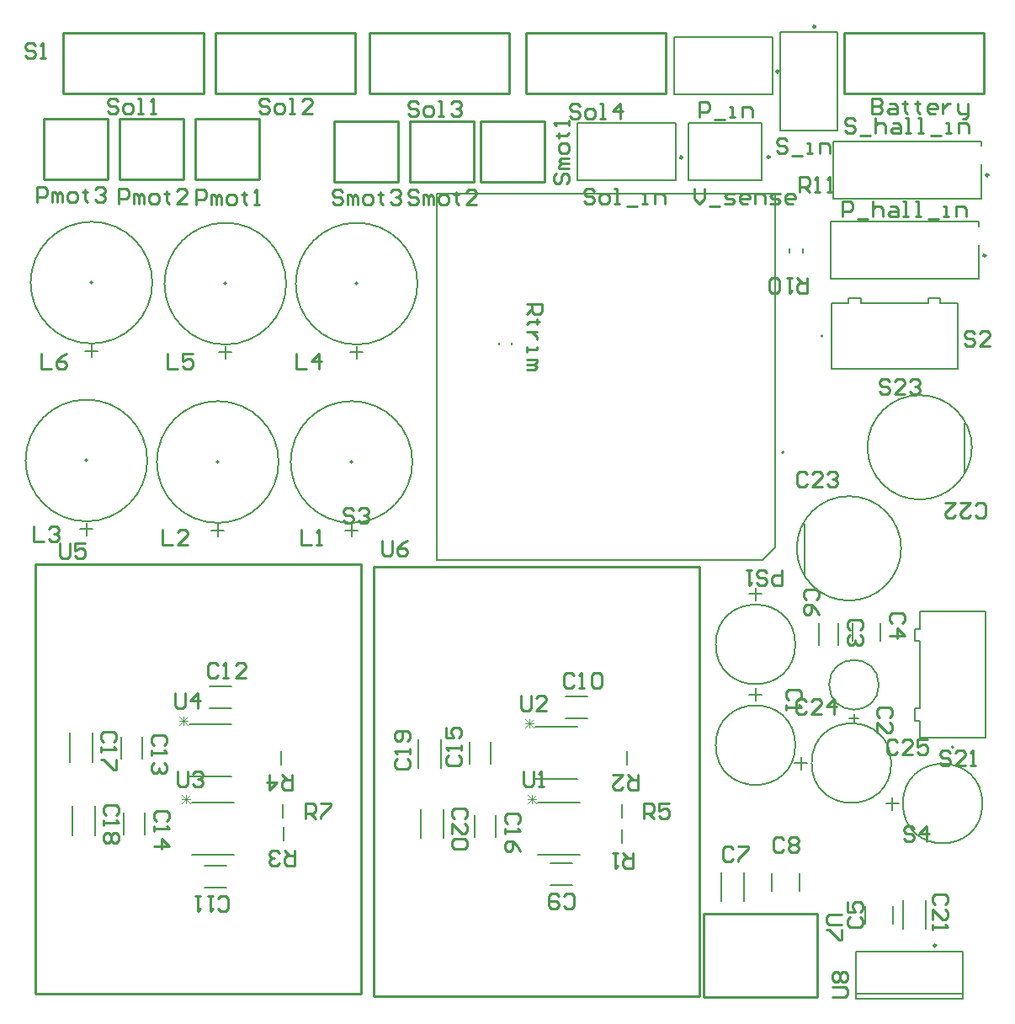
<source format=gto>
G04*
G04 #@! TF.GenerationSoftware,Altium Limited,Altium Designer,22.10.1 (41)*
G04*
G04 Layer_Color=65535*
%FSLAX44Y44*%
%MOMM*%
G71*
G04*
G04 #@! TF.SameCoordinates,96092411-4BE1-4E5F-83DD-11E1D8B77A3F*
G04*
G04*
G04 #@! TF.FilePolarity,Positive*
G04*
G01*
G75*
%ADD10C,0.2000*%
%ADD11C,0.1500*%
%ADD12C,0.2500*%
%ADD13C,0.1524*%
%ADD14C,0.2540*%
%ADD15C,0.1270*%
%ADD16C,0.0762*%
D10*
X975000Y213360D02*
G03*
X975000Y213360I-40000J0D01*
G01*
X883280Y254000D02*
G03*
X883280Y254000I-40000J0D01*
G01*
X786760Y272060D02*
G03*
X786760Y272060I-40000J0D01*
G01*
X775180Y566470D02*
G03*
X775180Y566470I-1000J0D01*
G01*
X814460Y683260D02*
G03*
X814460Y683260I-1000J0D01*
G01*
X945880Y269900D02*
G03*
X945880Y269900I-1000J0D01*
G01*
X870820Y332740D02*
G03*
X870820Y332740I-25000J0D01*
G01*
X786760Y373380D02*
G03*
X786760Y373380I-40000J0D01*
G01*
X877850Y213360D02*
X890550D01*
X884200Y207010D02*
Y219710D01*
X786130Y254000D02*
X798830D01*
X792480Y247650D02*
Y260350D01*
X795990Y444900D02*
Y494900D01*
X956610Y546500D02*
Y596500D01*
X664640Y926460D02*
X763640D01*
X664640D02*
Y983960D01*
X763640D01*
Y926460D02*
Y983960D01*
X824789Y821761D02*
Y879261D01*
Y821761D02*
X973789D01*
Y874511D02*
Y879261D01*
Y821761D02*
Y856011D01*
X824789Y879261D02*
X973789D01*
X822120Y740870D02*
Y798370D01*
Y740870D02*
X971120D01*
Y793620D02*
Y798370D01*
Y740870D02*
Y775120D01*
X822120Y798370D02*
X971120D01*
X771350Y989300D02*
X828850D01*
X771350Y890300D02*
Y989300D01*
Y890300D02*
X828850D01*
Y989300D01*
X740410Y322860D02*
X753110D01*
X746760Y316510D02*
Y329210D01*
X489050Y674914D02*
Y676366D01*
X501550Y674914D02*
Y676366D01*
X780650Y767370D02*
Y771870D01*
X794150Y767370D02*
Y771870D01*
X130130Y258240D02*
Y280240D01*
X108630Y258240D02*
Y280240D01*
X132670Y181920D02*
Y203920D01*
X111170Y181920D02*
Y203920D01*
X459150Y253160D02*
Y275160D01*
X480650Y253160D02*
Y275160D01*
X485730Y179500D02*
Y201500D01*
X464230Y179500D02*
Y201500D01*
X57299Y255347D02*
Y284409D01*
X79861Y255347D02*
Y284409D01*
X59839Y181687D02*
Y210749D01*
X82401Y181687D02*
Y210749D01*
X430381Y248991D02*
Y278053D01*
X407819Y248991D02*
Y278053D01*
X410359Y178509D02*
Y207571D01*
X432921Y178509D02*
Y207571D01*
X612140Y198740D02*
Y212740D01*
X540300Y152990D02*
X562300D01*
X540300Y131490D02*
X562300D01*
X555420Y299130D02*
X577420D01*
X555420Y320630D02*
X577420D01*
X271133Y198740D02*
Y212740D01*
X192200Y150450D02*
X214200D01*
X192200Y128950D02*
X214200D01*
X197160Y309290D02*
X219160D01*
X197160Y330790D02*
X219160D01*
X848200Y22220D02*
X955200D01*
X848200Y17220D02*
X955200D01*
X848200Y64220D02*
X955200D01*
Y17220D02*
Y64220D01*
X848200Y17220D02*
Y64220D01*
X895499Y87069D02*
Y116131D01*
X918061Y87069D02*
Y116131D01*
X857220Y92615D02*
Y110584D01*
X885220Y92615D02*
Y110584D01*
X612140Y173340D02*
Y187340D01*
X617220Y252080D02*
Y266080D01*
X271780Y175880D02*
Y189880D01*
X269240Y252080D02*
Y266080D01*
X666720Y839930D02*
Y897430D01*
X567720D02*
X666720D01*
X567720Y839930D02*
Y897430D01*
Y839930D02*
X666720D01*
X753280Y839930D02*
Y897430D01*
X679280D02*
X753280D01*
X679280Y839930D02*
Y897430D01*
Y839930D02*
X753280D01*
X872520Y377095D02*
Y395065D01*
X844520Y377095D02*
Y395065D01*
X810420Y372490D02*
Y394590D01*
X830420Y372490D02*
Y394590D01*
X746760Y417830D02*
Y430530D01*
X740410Y424180D02*
X753110D01*
X712619Y115009D02*
Y144071D01*
X735181Y115009D02*
Y144071D01*
X763240Y125126D02*
Y143095D01*
X791240Y125126D02*
Y143095D01*
D11*
X893240Y469900D02*
G03*
X893240Y469900I-52500J0D01*
G01*
X964360Y571500D02*
G03*
X964360Y571500I-52500J0D01*
G01*
X845692Y293660D02*
Y303657D01*
X840694Y298658D02*
X850691D01*
D12*
X770140Y949460D02*
G03*
X770140Y949460I-1250J0D01*
G01*
X981039Y845261D02*
G03*
X981039Y845261I-1250J0D01*
G01*
X978370Y764370D02*
G03*
X978370Y764370I-1250J0D01*
G01*
X807100Y994550D02*
G03*
X807100Y994550I-1250J0D01*
G01*
X928350Y70720D02*
G03*
X928350Y70720I-1250J0D01*
G01*
X673220Y862930D02*
G03*
X673220Y862930I-1250J0D01*
G01*
X761280Y863430D02*
G03*
X761280Y863430I-1250J0D01*
G01*
D13*
X341630Y556768D02*
G03*
X341630Y556768I-1270J0D01*
G01*
X401574D02*
G03*
X401574Y556768I-61214J0D01*
G01*
X207010D02*
G03*
X207010Y556768I-1270J0D01*
G01*
X266954D02*
G03*
X266954Y556768I-61214J0D01*
G01*
X74930Y558292D02*
G03*
X74930Y558292I-1270J0D01*
G01*
X134874D02*
G03*
X134874Y558292I-61214J0D01*
G01*
X346710Y736092D02*
G03*
X346710Y736092I-1270J0D01*
G01*
X406654D02*
G03*
X406654Y736092I-61214J0D01*
G01*
X214630D02*
G03*
X214630Y736092I-1270J0D01*
G01*
X274574D02*
G03*
X274574Y736092I-61214J0D01*
G01*
X80010Y737108D02*
G03*
X80010Y737108I-1270J0D01*
G01*
X139954D02*
G03*
X139954Y737108I-61214J0D01*
G01*
X334010Y487934D02*
X346710D01*
X340360Y481584D02*
Y494284D01*
X199390Y487934D02*
X212090D01*
X205740Y481584D02*
Y494284D01*
X67310Y489458D02*
X80010D01*
X73660Y483108D02*
Y495808D01*
X339090Y667258D02*
X351790D01*
X345440Y660908D02*
Y673608D01*
X207010Y667258D02*
X219710D01*
X213360Y660908D02*
Y673608D01*
X72390Y668274D02*
X85090D01*
X78740Y661924D02*
Y674624D01*
X176911Y292989D02*
X219329D01*
X176911Y240411D02*
X219329D01*
X524891Y290449D02*
X567309D01*
X524891Y237871D02*
X567309D01*
X527431Y214249D02*
X569849D01*
X527431Y161671D02*
X569849D01*
X179451Y214249D02*
X221869D01*
X179451Y161671D02*
X221869D01*
D14*
X387350Y838200D02*
Y899160D01*
X322580Y838200D02*
Y899160D01*
Y838200D02*
X387350D01*
X322580Y899160D02*
X387350D01*
X463550Y838200D02*
Y899160D01*
X398780Y838200D02*
Y899160D01*
Y838200D02*
X463550D01*
X398780Y899160D02*
X463550D01*
X534670Y838200D02*
Y899160D01*
X469900Y838200D02*
Y899160D01*
Y838200D02*
X534670D01*
X469900Y899160D02*
X534670D01*
X95250Y840740D02*
Y901700D01*
X30480Y840740D02*
Y901700D01*
Y840740D02*
X95250D01*
X30480Y901700D02*
X95250D01*
X171450Y840740D02*
Y901700D01*
X106680Y840740D02*
Y901700D01*
Y840740D02*
X171450D01*
X106680Y901700D02*
X171450D01*
X247650Y840740D02*
Y901700D01*
X182880Y840740D02*
Y901700D01*
Y840740D02*
X247650D01*
X182880Y901700D02*
X247650D01*
X363020Y451380D02*
X690520D01*
X363020Y19580D02*
X690520D01*
Y451380D01*
X363020Y19580D02*
Y451380D01*
X22660Y453920D02*
X350160D01*
X22660Y22120D02*
X350160D01*
Y453920D01*
X22660Y22120D02*
Y453920D01*
X976630Y927100D02*
Y988060D01*
X835660Y927100D02*
Y988060D01*
Y927100D02*
X976630D01*
X835660Y988060D02*
X976630D01*
X191384Y927100D02*
Y988060D01*
X50414Y927100D02*
Y988060D01*
Y927100D02*
X191384D01*
X50414Y988060D02*
X191384D01*
X344170Y927100D02*
Y988060D01*
X203200Y927100D02*
Y988060D01*
Y927100D02*
X344170D01*
X203200Y988060D02*
X344170D01*
X499110Y927100D02*
Y988060D01*
X358140Y927100D02*
Y988060D01*
Y927100D02*
X499110D01*
X358140Y988060D02*
X499110D01*
X656590Y927100D02*
Y988060D01*
X515620Y927100D02*
Y988060D01*
Y927100D02*
X656590D01*
X515620Y988060D02*
X656590D01*
X694690Y19050D02*
X808990D01*
X694690D02*
Y102616D01*
X695198Y102870D02*
X808990D01*
Y19050D02*
Y102870D01*
X889658Y274951D02*
X887119Y277490D01*
X882040D01*
X879501Y274951D01*
Y264794D01*
X882040Y262255D01*
X887119D01*
X889658Y264794D01*
X904893Y262255D02*
X894736D01*
X904893Y272412D01*
Y274951D01*
X902354Y277490D01*
X897275D01*
X894736Y274951D01*
X920128Y277490D02*
X909971D01*
Y269872D01*
X915050Y272412D01*
X917589D01*
X920128Y269872D01*
Y264794D01*
X917589Y262255D01*
X912510D01*
X909971Y264794D01*
X797938Y315591D02*
X795398Y318130D01*
X790320D01*
X787781Y315591D01*
Y305434D01*
X790320Y302895D01*
X795398D01*
X797938Y305434D01*
X813173Y302895D02*
X803016D01*
X813173Y313052D01*
Y315591D01*
X810634Y318130D01*
X805555D01*
X803016Y315591D01*
X825869Y302895D02*
Y318130D01*
X818251Y310513D01*
X828408D01*
X798954Y544699D02*
X796414Y547238D01*
X791336D01*
X788797Y544699D01*
Y534542D01*
X791336Y532003D01*
X796414D01*
X798954Y534542D01*
X814189Y532003D02*
X804032D01*
X814189Y542160D01*
Y544699D01*
X811650Y547238D01*
X806571D01*
X804032Y544699D01*
X819267D02*
X821806Y547238D01*
X826885D01*
X829424Y544699D01*
Y542160D01*
X826885Y539621D01*
X824345D01*
X826885D01*
X829424Y537081D01*
Y534542D01*
X826885Y532003D01*
X821806D01*
X819267Y534542D01*
X967737Y502922D02*
X970276Y500382D01*
X975354D01*
X977893Y502922D01*
Y513078D01*
X975354Y515617D01*
X970276D01*
X967737Y513078D01*
X952502Y515617D02*
X962658D01*
X952502Y505461D01*
Y502922D01*
X955041Y500382D01*
X960119D01*
X962658Y502922D01*
X937267Y515617D02*
X947423D01*
X937267Y505461D01*
Y502922D01*
X939806Y500382D01*
X944884D01*
X947423Y502922D01*
X690019Y903142D02*
Y918377D01*
X697636D01*
X700175Y915838D01*
Y910760D01*
X697636Y908220D01*
X690019D01*
X705254Y900603D02*
X715410D01*
X720489Y903142D02*
X725567D01*
X723028D01*
Y913299D01*
X720489D01*
X733185Y903142D02*
Y913299D01*
X740802D01*
X743341Y910760D01*
Y903142D01*
X791215Y828043D02*
Y843278D01*
X798833D01*
X801372Y840738D01*
Y835660D01*
X798833Y833121D01*
X791215D01*
X796294D02*
X801372Y828043D01*
X806450D02*
X811529D01*
X808990D01*
Y843278D01*
X806450Y840738D01*
X819146Y828043D02*
X824225D01*
X821685D01*
Y843278D01*
X819146Y840738D01*
X798824Y741677D02*
Y726442D01*
X791206D01*
X788667Y728982D01*
Y734060D01*
X791206Y736599D01*
X798824D01*
X793745D02*
X788667Y741677D01*
X783589D02*
X778510D01*
X781050D01*
Y726442D01*
X783589Y728982D01*
X770893D02*
X768354Y726442D01*
X763275D01*
X760736Y728982D01*
Y739138D01*
X763275Y741677D01*
X768354D01*
X770893Y739138D01*
Y728982D01*
X516509Y715892D02*
X531744D01*
Y708275D01*
X529205Y705736D01*
X524127D01*
X521587Y708275D01*
Y715892D01*
Y710814D02*
X516509Y705736D01*
X529205Y698118D02*
X526666D01*
Y700657D01*
Y695579D01*
Y698118D01*
X519048D01*
X516509Y695579D01*
X526666Y687962D02*
X516509D01*
X521587D01*
X524127Y685422D01*
X526666Y682883D01*
Y680344D01*
X516509Y672726D02*
Y667648D01*
Y670187D01*
X526666D01*
Y672726D01*
X516509Y660031D02*
X526666D01*
Y657491D01*
X524127Y654952D01*
X516509D01*
X524127D01*
X526666Y652413D01*
X524127Y649874D01*
X516509D01*
X773557Y448183D02*
Y432948D01*
X765939D01*
X763400Y435487D01*
Y440565D01*
X765939Y443105D01*
X773557D01*
X748165Y435487D02*
X750704Y432948D01*
X755783D01*
X758322Y435487D01*
Y438026D01*
X755783Y440565D01*
X750704D01*
X748165Y443105D01*
Y445644D01*
X750704Y448183D01*
X755783D01*
X758322Y445644D01*
X743087Y448183D02*
X738008D01*
X740548D01*
Y432948D01*
X743087Y435487D01*
X881383Y637538D02*
X878844Y640078D01*
X873766D01*
X871227Y637538D01*
Y634999D01*
X873766Y632460D01*
X878844D01*
X881383Y629921D01*
Y627382D01*
X878844Y624842D01*
X873766D01*
X871227Y627382D01*
X896618Y624842D02*
X886462D01*
X896618Y634999D01*
Y637538D01*
X894079Y640078D01*
X889001D01*
X886462Y637538D01*
X901697D02*
X904236Y640078D01*
X909314D01*
X911853Y637538D01*
Y634999D01*
X909314Y632460D01*
X906775D01*
X909314D01*
X911853Y629921D01*
Y627382D01*
X909314Y624842D01*
X904236D01*
X901697Y627382D01*
X942343Y264158D02*
X939803Y266698D01*
X934725D01*
X932186Y264158D01*
Y261619D01*
X934725Y259080D01*
X939803D01*
X942343Y256541D01*
Y254002D01*
X939803Y251462D01*
X934725D01*
X932186Y254002D01*
X957578Y251462D02*
X947421D01*
X957578Y261619D01*
Y264158D01*
X955038Y266698D01*
X949960D01*
X947421Y264158D01*
X962656Y251462D02*
X967734D01*
X965195D01*
Y266698D01*
X962656Y264158D01*
X906396Y188337D02*
X903857Y190876D01*
X898778D01*
X896239Y188337D01*
Y185798D01*
X898778Y183258D01*
X903857D01*
X906396Y180719D01*
Y178180D01*
X903857Y175641D01*
X898778D01*
X896239Y178180D01*
X919092Y175641D02*
Y190876D01*
X911474Y183258D01*
X921631D01*
X342516Y508377D02*
X339977Y510916D01*
X334898D01*
X332359Y508377D01*
Y505838D01*
X334898Y503298D01*
X339977D01*
X342516Y500759D01*
Y498220D01*
X339977Y495681D01*
X334898D01*
X332359Y498220D01*
X347594Y508377D02*
X350133Y510916D01*
X355212D01*
X357751Y508377D01*
Y505838D01*
X355212Y503298D01*
X352672D01*
X355212D01*
X357751Y500759D01*
Y498220D01*
X355212Y495681D01*
X350133D01*
X347594Y498220D01*
X967356Y686177D02*
X964817Y688716D01*
X959738D01*
X957199Y686177D01*
Y683638D01*
X959738Y681098D01*
X964817D01*
X967356Y678559D01*
Y676020D01*
X964817Y673481D01*
X959738D01*
X957199Y676020D01*
X982591Y673481D02*
X972434D01*
X982591Y683638D01*
Y686177D01*
X980052Y688716D01*
X974973D01*
X972434Y686177D01*
X22476Y975737D02*
X19936Y978276D01*
X14858D01*
X12319Y975737D01*
Y973198D01*
X14858Y970658D01*
X19936D01*
X22476Y968119D01*
Y965580D01*
X19936Y963041D01*
X14858D01*
X12319Y965580D01*
X27554Y963041D02*
X32632D01*
X30093D01*
Y978276D01*
X27554Y975737D01*
X824108Y18415D02*
X836804D01*
X839343Y20954D01*
Y26033D01*
X836804Y28572D01*
X824108D01*
X826647Y33650D02*
X824108Y36189D01*
Y41268D01*
X826647Y43807D01*
X829186D01*
X831725Y41268D01*
X834265Y43807D01*
X836804D01*
X839343Y41268D01*
Y36189D01*
X836804Y33650D01*
X834265D01*
X831725Y36189D01*
X829186Y33650D01*
X826647D01*
X831725Y36189D02*
Y41268D01*
X293997Y198123D02*
Y213358D01*
X301615D01*
X304154Y210818D01*
Y205740D01*
X301615Y203201D01*
X293997D01*
X299075D02*
X304154Y198123D01*
X309232Y213358D02*
X319389D01*
Y210818D01*
X309232Y200662D01*
Y198123D01*
X634357D02*
Y213358D01*
X641975D01*
X644514Y210818D01*
Y205740D01*
X641975Y203201D01*
X634357D01*
X639435D02*
X644514Y198123D01*
X659749Y213358D02*
X649592D01*
Y205740D01*
X654670Y208279D01*
X657210D01*
X659749Y205740D01*
Y200662D01*
X657210Y198123D01*
X652131D01*
X649592Y200662D01*
X27944Y665478D02*
Y650242D01*
X38101D01*
X53336Y665478D02*
X48257Y662938D01*
X43179Y657860D01*
Y652782D01*
X45718Y650242D01*
X50797D01*
X53336Y652782D01*
Y655321D01*
X50797Y657860D01*
X43179D01*
X154944Y665478D02*
Y650242D01*
X165101D01*
X180336Y665478D02*
X170179D01*
Y657860D01*
X175257Y660399D01*
X177797D01*
X180336Y657860D01*
Y652782D01*
X177797Y650242D01*
X172718D01*
X170179Y652782D01*
X284484Y665478D02*
Y650242D01*
X294641D01*
X307337D02*
Y665478D01*
X299719Y657860D01*
X309876D01*
X20324Y491741D02*
Y476507D01*
X30481D01*
X35559Y489202D02*
X38098Y491741D01*
X43177D01*
X45716Y489202D01*
Y486663D01*
X43177Y484124D01*
X40637D01*
X43177D01*
X45716Y481585D01*
Y479046D01*
X43177Y476507D01*
X38098D01*
X35559Y479046D01*
X149864Y488694D02*
Y473459D01*
X160021D01*
X175256D02*
X165099D01*
X175256Y483615D01*
Y486154D01*
X172717Y488694D01*
X167638D01*
X165099Y486154D01*
X289563Y488694D02*
Y473459D01*
X299720D01*
X304798D02*
X309877D01*
X307338D01*
Y488694D01*
X304798Y486154D01*
X937258Y111757D02*
X939798Y114297D01*
Y119375D01*
X937258Y121914D01*
X927102D01*
X924563Y119375D01*
Y114297D01*
X927102Y111757D01*
X924563Y96522D02*
Y106679D01*
X934719Y96522D01*
X937258D01*
X939798Y99062D01*
Y104140D01*
X937258Y106679D01*
X924563Y91444D02*
Y86366D01*
Y88905D01*
X939798D01*
X937258Y91444D01*
X454275Y198250D02*
X456814Y200790D01*
Y205868D01*
X454275Y208407D01*
X444118D01*
X441579Y205868D01*
Y200790D01*
X444118Y198250D01*
X441579Y183015D02*
Y193172D01*
X451736Y183015D01*
X454275D01*
X456814Y185554D01*
Y190633D01*
X454275Y193172D01*
Y177937D02*
X456814Y175398D01*
Y170319D01*
X454275Y167780D01*
X444118D01*
X441579Y170319D01*
Y175398D01*
X444118Y177937D01*
X454275D01*
X386465Y258312D02*
X383926Y255773D01*
Y250694D01*
X386465Y248155D01*
X396622D01*
X399161Y250694D01*
Y255773D01*
X396622Y258312D01*
X399161Y263390D02*
Y268469D01*
Y265929D01*
X383926D01*
X386465Y263390D01*
X396622Y276086D02*
X399161Y278625D01*
Y283704D01*
X396622Y286243D01*
X386465D01*
X383926Y283704D01*
Y278625D01*
X386465Y276086D01*
X389004D01*
X391544Y278625D01*
Y286243D01*
X103755Y201428D02*
X106294Y203967D01*
Y209046D01*
X103755Y211585D01*
X93598D01*
X91059Y209046D01*
Y203967D01*
X93598Y201428D01*
X91059Y196350D02*
Y191271D01*
Y193811D01*
X106294D01*
X103755Y196350D01*
Y183654D02*
X106294Y181115D01*
Y176036D01*
X103755Y173497D01*
X101216D01*
X98677Y176036D01*
X96137Y173497D01*
X93598D01*
X91059Y176036D01*
Y181115D01*
X93598Y183654D01*
X96137D01*
X98677Y181115D01*
X101216Y183654D01*
X103755D01*
X98677Y181115D02*
Y176036D01*
X101215Y275088D02*
X103754Y277627D01*
Y282706D01*
X101215Y285245D01*
X91058D01*
X88519Y282706D01*
Y277627D01*
X91058Y275088D01*
X88519Y270010D02*
Y264931D01*
Y267471D01*
X103754D01*
X101215Y270010D01*
X103754Y257314D02*
Y247157D01*
X101215D01*
X91058Y257314D01*
X88519D01*
X507107Y192916D02*
X509646Y195455D01*
Y200534D01*
X507107Y203073D01*
X496950D01*
X494411Y200534D01*
Y195455D01*
X496950Y192916D01*
X494411Y187838D02*
Y182760D01*
Y185299D01*
X509646D01*
X507107Y187838D01*
X509646Y164985D02*
X507107Y170064D01*
X502029Y175142D01*
X496950D01*
X494411Y172603D01*
Y167525D01*
X496950Y164985D01*
X499489D01*
X502029Y167525D01*
Y175142D01*
X437773Y261744D02*
X435234Y259205D01*
Y254126D01*
X437773Y251587D01*
X447930D01*
X450469Y254126D01*
Y259205D01*
X447930Y261744D01*
X450469Y266822D02*
Y271900D01*
Y269361D01*
X435234D01*
X437773Y266822D01*
X435234Y289675D02*
Y279518D01*
X442851D01*
X440312Y284596D01*
Y287136D01*
X442851Y289675D01*
X447930D01*
X450469Y287136D01*
Y282057D01*
X447930Y279518D01*
X154047Y195336D02*
X156586Y197875D01*
Y202954D01*
X154047Y205493D01*
X143890D01*
X141351Y202954D01*
Y197875D01*
X143890Y195336D01*
X141351Y190258D02*
Y185180D01*
Y187719D01*
X156586D01*
X154047Y190258D01*
X141351Y169944D02*
X156586D01*
X148968Y177562D01*
Y167405D01*
X151507Y271656D02*
X154046Y274195D01*
Y279274D01*
X151507Y281813D01*
X141350D01*
X138811Y279274D01*
Y274195D01*
X141350Y271656D01*
X138811Y266578D02*
Y261500D01*
Y264039D01*
X154046D01*
X151507Y266578D01*
Y253882D02*
X154046Y251343D01*
Y246264D01*
X151507Y243725D01*
X148968D01*
X146428Y246264D01*
Y248804D01*
Y246264D01*
X143889Y243725D01*
X141350D01*
X138811Y246264D01*
Y251343D01*
X141350Y253882D01*
X205744Y352167D02*
X203204Y354706D01*
X198126D01*
X195587Y352167D01*
Y342010D01*
X198126Y339471D01*
X203204D01*
X205744Y342010D01*
X210822Y339471D02*
X215900D01*
X213361D01*
Y354706D01*
X210822Y352167D01*
X233675Y339471D02*
X223518D01*
X233675Y349628D01*
Y352167D01*
X231136Y354706D01*
X226057D01*
X223518Y352167D01*
X205616Y107573D02*
X208155Y105034D01*
X213234D01*
X215773Y107573D01*
Y117730D01*
X213234Y120269D01*
X208155D01*
X205616Y117730D01*
X200538Y120269D02*
X195460D01*
X197999D01*
Y105034D01*
X200538Y107573D01*
X187842Y120269D02*
X182764D01*
X185303D01*
Y105034D01*
X187842Y107573D01*
X564004Y342007D02*
X561465Y344546D01*
X556386D01*
X553847Y342007D01*
Y331850D01*
X556386Y329311D01*
X561465D01*
X564004Y331850D01*
X569082Y329311D02*
X574160D01*
X571621D01*
Y344546D01*
X569082Y342007D01*
X581778D02*
X584317Y344546D01*
X589395D01*
X591935Y342007D01*
Y331850D01*
X589395Y329311D01*
X584317D01*
X581778Y331850D01*
Y342007D01*
X553716Y110113D02*
X556255Y107574D01*
X561334D01*
X563873Y110113D01*
Y120270D01*
X561334Y122809D01*
X556255D01*
X553716Y120270D01*
X548638D02*
X546099Y122809D01*
X541020D01*
X538481Y120270D01*
Y110113D01*
X541020Y107574D01*
X546099D01*
X548638Y110113D01*
Y112652D01*
X546099Y115191D01*
X538481D01*
X833242Y101473D02*
X820546D01*
X818007Y98934D01*
Y93855D01*
X820546Y91316D01*
X833242D01*
Y86238D02*
Y76081D01*
X830703D01*
X820546Y86238D01*
X818007D01*
X370824Y477518D02*
Y464822D01*
X373363Y462282D01*
X378442D01*
X380981Y464822D01*
Y477518D01*
X396216D02*
X391138Y474978D01*
X386059Y469900D01*
Y464822D01*
X388598Y462282D01*
X393677D01*
X396216Y464822D01*
Y467361D01*
X393677Y469900D01*
X386059D01*
X46824Y474977D02*
Y462282D01*
X49363Y459743D01*
X54442D01*
X56981Y462282D01*
Y474977D01*
X72216D02*
X62059D01*
Y467360D01*
X67138Y469899D01*
X69677D01*
X72216Y467360D01*
Y462282D01*
X69677Y459743D01*
X64598D01*
X62059Y462282D01*
X162687Y324226D02*
Y311530D01*
X165226Y308991D01*
X170305D01*
X172844Y311530D01*
Y324226D01*
X185540Y308991D02*
Y324226D01*
X177922Y316609D01*
X188079D01*
X165227Y245486D02*
Y232790D01*
X167766Y230251D01*
X172845D01*
X175384Y232790D01*
Y245486D01*
X180462Y242947D02*
X183001Y245486D01*
X188080D01*
X190619Y242947D01*
Y240408D01*
X188080Y237868D01*
X185540D01*
X188080D01*
X190619Y235329D01*
Y232790D01*
X188080Y230251D01*
X183001D01*
X180462Y232790D01*
X510667Y321686D02*
Y308990D01*
X513206Y306451D01*
X518284D01*
X520824Y308990D01*
Y321686D01*
X536059Y306451D02*
X525902D01*
X536059Y316608D01*
Y319147D01*
X533520Y321686D01*
X528441D01*
X525902Y319147D01*
X513207Y245486D02*
Y232790D01*
X515746Y230251D01*
X520825D01*
X523364Y232790D01*
Y245486D01*
X528442Y230251D02*
X533520D01*
X530981D01*
Y245486D01*
X528442Y242947D01*
X280797Y242443D02*
Y227208D01*
X273179D01*
X270640Y229747D01*
Y234825D01*
X273179Y237365D01*
X280797D01*
X275719D02*
X270640Y242443D01*
X257944D02*
Y227208D01*
X265562Y234825D01*
X255405D01*
X283337Y166243D02*
Y151008D01*
X275720D01*
X273180Y153547D01*
Y158625D01*
X275720Y161165D01*
X283337D01*
X278259D02*
X273180Y166243D01*
X268102Y153547D02*
X265563Y151008D01*
X260484D01*
X257945Y153547D01*
Y156086D01*
X260484Y158625D01*
X263024D01*
X260484D01*
X257945Y161165D01*
Y163704D01*
X260484Y166243D01*
X265563D01*
X268102Y163704D01*
X628777Y242443D02*
Y227208D01*
X621160D01*
X618620Y229747D01*
Y234825D01*
X621160Y237365D01*
X628777D01*
X623699D02*
X618620Y242443D01*
X603385D02*
X613542D01*
X603385Y232286D01*
Y229747D01*
X605924Y227208D01*
X611003D01*
X613542Y229747D01*
X623697Y163703D02*
Y148468D01*
X616079D01*
X613540Y151007D01*
Y156086D01*
X616079Y158625D01*
X623697D01*
X618619D02*
X613540Y163703D01*
X608462D02*
X603384D01*
X605923D01*
Y148468D01*
X608462Y151007D01*
X847107Y900428D02*
X844568Y902967D01*
X839489D01*
X836950Y900428D01*
Y897889D01*
X839489Y895350D01*
X844568D01*
X847107Y892810D01*
Y890271D01*
X844568Y887732D01*
X839489D01*
X836950Y890271D01*
X852185Y885193D02*
X862342D01*
X867420Y902967D02*
Y887732D01*
Y895350D01*
X869959Y897889D01*
X875038D01*
X877577Y895350D01*
Y887732D01*
X885194Y897889D02*
X890273D01*
X892812Y895350D01*
Y887732D01*
X885194D01*
X882655Y890271D01*
X885194Y892810D01*
X892812D01*
X897890Y887732D02*
X902969D01*
X900430D01*
Y902967D01*
X897890D01*
X910586Y887732D02*
X915665D01*
X913126D01*
Y902967D01*
X910586D01*
X923282Y885193D02*
X933439D01*
X938517Y887732D02*
X943596D01*
X941057D01*
Y897889D01*
X938517D01*
X951213Y887732D02*
Y897889D01*
X958831D01*
X961370Y895350D01*
Y887732D01*
X834410Y803742D02*
Y818977D01*
X842028D01*
X844567Y816438D01*
Y811360D01*
X842028Y808820D01*
X834410D01*
X849645Y801203D02*
X859802D01*
X864880Y818977D02*
Y803742D01*
Y811360D01*
X867420Y813899D01*
X872498D01*
X875037Y811360D01*
Y803742D01*
X882654Y813899D02*
X887733D01*
X890272Y811360D01*
Y803742D01*
X882654D01*
X880115Y806281D01*
X882654Y808820D01*
X890272D01*
X895350Y803742D02*
X900429D01*
X897890D01*
Y818977D01*
X895350D01*
X908046Y803742D02*
X913125D01*
X910585D01*
Y818977D01*
X908046D01*
X920742Y801203D02*
X930899D01*
X935977Y803742D02*
X941056D01*
X938516D01*
Y813899D01*
X935977D01*
X948673Y803742D02*
Y813899D01*
X956291D01*
X958830Y811360D01*
Y803742D01*
X570235Y914398D02*
X567696Y916937D01*
X562618D01*
X560079Y914398D01*
Y911859D01*
X562618Y909320D01*
X567696D01*
X570235Y906781D01*
Y904242D01*
X567696Y901702D01*
X562618D01*
X560079Y904242D01*
X577853Y901702D02*
X582931D01*
X585470Y904242D01*
Y909320D01*
X582931Y911859D01*
X577853D01*
X575314Y909320D01*
Y904242D01*
X577853Y901702D01*
X590549D02*
X595627D01*
X593088D01*
Y916937D01*
X590549D01*
X610862Y901702D02*
Y916937D01*
X603245Y909320D01*
X613401D01*
X407675Y916938D02*
X405136Y919477D01*
X400058D01*
X397519Y916938D01*
Y914399D01*
X400058Y911860D01*
X405136D01*
X407675Y909321D01*
Y906782D01*
X405136Y904242D01*
X400058D01*
X397519Y906782D01*
X415293Y904242D02*
X420371D01*
X422910Y906782D01*
Y911860D01*
X420371Y914399D01*
X415293D01*
X412754Y911860D01*
Y906782D01*
X415293Y904242D01*
X427989D02*
X433067D01*
X430528D01*
Y919477D01*
X427989D01*
X440685Y916938D02*
X443224Y919477D01*
X448302D01*
X450841Y916938D01*
Y914399D01*
X448302Y911860D01*
X445763D01*
X448302D01*
X450841Y909321D01*
Y906782D01*
X448302Y904242D01*
X443224D01*
X440685Y906782D01*
X257815Y919478D02*
X255276Y922018D01*
X250198D01*
X247659Y919478D01*
Y916939D01*
X250198Y914400D01*
X255276D01*
X257815Y911861D01*
Y909322D01*
X255276Y906783D01*
X250198D01*
X247659Y909322D01*
X265433Y906783D02*
X270511D01*
X273050Y909322D01*
Y914400D01*
X270511Y916939D01*
X265433D01*
X262894Y914400D01*
Y909322D01*
X265433Y906783D01*
X278129D02*
X283207D01*
X280668D01*
Y922018D01*
X278129D01*
X300981Y906783D02*
X290825D01*
X300981Y916939D01*
Y919478D01*
X298442Y922018D01*
X293364D01*
X290825Y919478D01*
X105414D02*
X102875Y922018D01*
X97797D01*
X95258Y919478D01*
Y916939D01*
X97797Y914400D01*
X102875D01*
X105414Y911861D01*
Y909322D01*
X102875Y906783D01*
X97797D01*
X95258Y909322D01*
X113032Y906783D02*
X118110D01*
X120650Y909322D01*
Y914400D01*
X118110Y916939D01*
X113032D01*
X110493Y914400D01*
Y909322D01*
X113032Y906783D01*
X125728D02*
X130806D01*
X128267D01*
Y922018D01*
X125728D01*
X138424Y906783D02*
X143502D01*
X140963D01*
Y922018D01*
X138424Y919478D01*
X331478Y828038D02*
X328939Y830577D01*
X323860D01*
X321321Y828038D01*
Y825499D01*
X323860Y822960D01*
X328939D01*
X331478Y820421D01*
Y817882D01*
X328939Y815342D01*
X323860D01*
X321321Y817882D01*
X336556Y815342D02*
Y825499D01*
X339095D01*
X341634Y822960D01*
Y815342D01*
Y822960D01*
X344174Y825499D01*
X346713Y822960D01*
Y815342D01*
X354330D02*
X359409D01*
X361948Y817882D01*
Y822960D01*
X359409Y825499D01*
X354330D01*
X351791Y822960D01*
Y817882D01*
X354330Y815342D01*
X369566Y828038D02*
Y825499D01*
X367026D01*
X372105D01*
X369566D01*
Y817882D01*
X372105Y815342D01*
X379722Y828038D02*
X382261Y830577D01*
X387340D01*
X389879Y828038D01*
Y825499D01*
X387340Y822960D01*
X384801D01*
X387340D01*
X389879Y820421D01*
Y817882D01*
X387340Y815342D01*
X382261D01*
X379722Y817882D01*
X407678Y828038D02*
X405139Y830577D01*
X400060D01*
X397521Y828038D01*
Y825499D01*
X400060Y822960D01*
X405139D01*
X407678Y820421D01*
Y817882D01*
X405139Y815342D01*
X400060D01*
X397521Y817882D01*
X412756Y815342D02*
Y825499D01*
X415295D01*
X417835Y822960D01*
Y815342D01*
Y822960D01*
X420374Y825499D01*
X422913Y822960D01*
Y815342D01*
X430530D02*
X435609D01*
X438148Y817882D01*
Y822960D01*
X435609Y825499D01*
X430530D01*
X427991Y822960D01*
Y817882D01*
X430530Y815342D01*
X445765Y828038D02*
Y825499D01*
X443226D01*
X448305D01*
X445765D01*
Y817882D01*
X448305Y815342D01*
X466079D02*
X455922D01*
X466079Y825499D01*
Y828038D01*
X463540Y830577D01*
X458461D01*
X455922Y828038D01*
X546102Y847097D02*
X543563Y844558D01*
Y839480D01*
X546102Y836940D01*
X548641D01*
X551180Y839480D01*
Y844558D01*
X553719Y847097D01*
X556258D01*
X558797Y844558D01*
Y839480D01*
X556258Y836940D01*
X558797Y852175D02*
X548641D01*
Y854715D01*
X551180Y857254D01*
X558797D01*
X551180D01*
X548641Y859793D01*
X551180Y862332D01*
X558797D01*
Y869950D02*
Y875028D01*
X556258Y877567D01*
X551180D01*
X548641Y875028D01*
Y869950D01*
X551180Y867410D01*
X556258D01*
X558797Y869950D01*
X546102Y885185D02*
X548641D01*
Y882645D01*
Y887724D01*
Y885185D01*
X556258D01*
X558797Y887724D01*
Y895341D02*
Y900420D01*
Y897881D01*
X543563D01*
X546102Y895341D01*
X24141Y817883D02*
Y833118D01*
X31759D01*
X34298Y830578D01*
Y825500D01*
X31759Y822961D01*
X24141D01*
X39376Y817883D02*
Y828039D01*
X41915D01*
X44454Y825500D01*
Y817883D01*
Y825500D01*
X46994Y828039D01*
X49533Y825500D01*
Y817883D01*
X57150D02*
X62229D01*
X64768Y820422D01*
Y825500D01*
X62229Y828039D01*
X57150D01*
X54611Y825500D01*
Y820422D01*
X57150Y817883D01*
X72386Y830578D02*
Y828039D01*
X69846D01*
X74925D01*
X72386D01*
Y820422D01*
X74925Y817883D01*
X82542Y830578D02*
X85081Y833118D01*
X90160D01*
X92699Y830578D01*
Y828039D01*
X90160Y825500D01*
X87621D01*
X90160D01*
X92699Y822961D01*
Y820422D01*
X90160Y817883D01*
X85081D01*
X82542Y820422D01*
X106282Y816658D02*
Y831893D01*
X113900D01*
X116439Y829354D01*
Y824275D01*
X113900Y821736D01*
X106282D01*
X121517Y816658D02*
Y826814D01*
X124056D01*
X126596Y824275D01*
Y816658D01*
Y824275D01*
X129135Y826814D01*
X131674Y824275D01*
Y816658D01*
X139291D02*
X144370D01*
X146909Y819197D01*
Y824275D01*
X144370Y826814D01*
X139291D01*
X136752Y824275D01*
Y819197D01*
X139291Y816658D01*
X154527Y829354D02*
Y826814D01*
X151987D01*
X157066D01*
X154527D01*
Y819197D01*
X157066Y816658D01*
X174840D02*
X164683D01*
X174840Y826814D01*
Y829354D01*
X172301Y831893D01*
X167222D01*
X164683Y829354D01*
X685616Y831677D02*
Y821520D01*
X690695Y816442D01*
X695773Y821520D01*
Y831677D01*
X700851Y813903D02*
X711008D01*
X716086Y816442D02*
X723704D01*
X726243Y818981D01*
X723704Y821520D01*
X718626D01*
X716086Y824059D01*
X718626Y826599D01*
X726243D01*
X738939Y816442D02*
X733861D01*
X731321Y818981D01*
Y824059D01*
X733861Y826599D01*
X738939D01*
X741478Y824059D01*
Y821520D01*
X731321D01*
X746557Y816442D02*
Y826599D01*
X754174D01*
X756713Y824059D01*
Y816442D01*
X761792D02*
X769409D01*
X771948Y818981D01*
X769409Y821520D01*
X764331D01*
X761792Y824059D01*
X764331Y826599D01*
X771948D01*
X784644Y816442D02*
X779566D01*
X777027Y818981D01*
Y824059D01*
X779566Y826599D01*
X784644D01*
X787183Y824059D01*
Y821520D01*
X777027D01*
X863616Y922017D02*
Y906782D01*
X871233D01*
X873772Y909321D01*
Y911860D01*
X871233Y914399D01*
X863616D01*
X871233D01*
X873772Y916938D01*
Y919477D01*
X871233Y922017D01*
X863616D01*
X881390Y916938D02*
X886468D01*
X889007Y914399D01*
Y906782D01*
X881390D01*
X878851Y909321D01*
X881390Y911860D01*
X889007D01*
X896625Y919477D02*
Y916938D01*
X894086D01*
X899164D01*
X896625D01*
Y909321D01*
X899164Y906782D01*
X909321Y919477D02*
Y916938D01*
X906782D01*
X911860D01*
X909321D01*
Y909321D01*
X911860Y906782D01*
X927095D02*
X922017D01*
X919477Y909321D01*
Y914399D01*
X922017Y916938D01*
X927095D01*
X929634Y914399D01*
Y911860D01*
X919477D01*
X934713Y916938D02*
Y906782D01*
Y911860D01*
X937252Y914399D01*
X939791Y916938D01*
X942330D01*
X949948D02*
Y909321D01*
X952487Y906782D01*
X960104D01*
Y904242D01*
X957565Y901703D01*
X955026D01*
X960104Y906782D02*
Y916938D01*
X184160Y815342D02*
Y830577D01*
X191778D01*
X194317Y828038D01*
Y822960D01*
X191778Y820421D01*
X184160D01*
X199395Y815342D02*
Y825499D01*
X201935D01*
X204474Y822960D01*
Y815342D01*
Y822960D01*
X207013Y825499D01*
X209552Y822960D01*
Y815342D01*
X217170D02*
X222248D01*
X224787Y817882D01*
Y822960D01*
X222248Y825499D01*
X217170D01*
X214630Y822960D01*
Y817882D01*
X217170Y815342D01*
X232405Y828038D02*
Y825499D01*
X229865D01*
X234944D01*
X232405D01*
Y817882D01*
X234944Y815342D01*
X242561D02*
X247640D01*
X245101D01*
Y830577D01*
X242561Y828038D01*
X778515Y880108D02*
X775976Y882647D01*
X770898D01*
X768359Y880108D01*
Y877569D01*
X770898Y875030D01*
X775976D01*
X778515Y872490D01*
Y869951D01*
X775976Y867412D01*
X770898D01*
X768359Y869951D01*
X783594Y864873D02*
X793750D01*
X798829Y867412D02*
X803907D01*
X801368D01*
Y877569D01*
X798829D01*
X811525Y867412D02*
Y877569D01*
X819142D01*
X821681Y875030D01*
Y867412D01*
X584210Y829308D02*
X581671Y831847D01*
X576592D01*
X574053Y829308D01*
Y826769D01*
X576592Y824230D01*
X581671D01*
X584210Y821690D01*
Y819151D01*
X581671Y816612D01*
X576592D01*
X574053Y819151D01*
X591827Y816612D02*
X596906D01*
X599445Y819151D01*
Y824230D01*
X596906Y826769D01*
X591827D01*
X589288Y824230D01*
Y819151D01*
X591827Y816612D01*
X604523D02*
X609602D01*
X607062D01*
Y831847D01*
X604523D01*
X617219Y814073D02*
X627376D01*
X632454Y816612D02*
X637533D01*
X634993D01*
Y826769D01*
X632454D01*
X645150Y816612D02*
Y826769D01*
X652768D01*
X655307Y824230D01*
Y816612D01*
X774701Y177288D02*
X772162Y179827D01*
X767083D01*
X764544Y177288D01*
Y167132D01*
X767083Y164592D01*
X772162D01*
X774701Y167132D01*
X779779Y177288D02*
X782318Y179827D01*
X787397D01*
X789936Y177288D01*
Y174749D01*
X787397Y172210D01*
X789936Y169671D01*
Y167132D01*
X787397Y164592D01*
X782318D01*
X779779Y167132D01*
Y169671D01*
X782318Y172210D01*
X779779Y174749D01*
Y177288D01*
X782318Y172210D02*
X787397D01*
X723901Y167638D02*
X721362Y170177D01*
X716283D01*
X713744Y167638D01*
Y157482D01*
X716283Y154943D01*
X721362D01*
X723901Y157482D01*
X728979Y170177D02*
X739136D01*
Y167638D01*
X728979Y157482D01*
Y154943D01*
X808351Y418722D02*
X810890Y421261D01*
Y426340D01*
X808351Y428879D01*
X798194D01*
X795655Y426340D01*
Y421261D01*
X798194Y418722D01*
X810890Y403487D02*
X808351Y408566D01*
X803272Y413644D01*
X798194D01*
X795655Y411105D01*
Y406026D01*
X798194Y403487D01*
X800733D01*
X803272Y406026D01*
Y413644D01*
X841887Y99184D02*
X839348Y96644D01*
Y91566D01*
X841887Y89027D01*
X852044D01*
X854583Y91566D01*
Y96644D01*
X852044Y99184D01*
X839348Y114419D02*
Y104262D01*
X846965D01*
X844426Y109340D01*
Y111880D01*
X846965Y114419D01*
X852044D01*
X854583Y111880D01*
Y106801D01*
X852044Y104262D01*
X894711Y394846D02*
X897250Y397385D01*
Y402464D01*
X894711Y405003D01*
X884554D01*
X882015Y402464D01*
Y397385D01*
X884554Y394846D01*
X882015Y382150D02*
X897250D01*
X889632Y389768D01*
Y379611D01*
X851785Y387734D02*
X854324Y390274D01*
Y395352D01*
X851785Y397891D01*
X841628D01*
X839089Y395352D01*
Y390274D01*
X841628Y387734D01*
X851785Y382656D02*
X854324Y380117D01*
Y375038D01*
X851785Y372499D01*
X849246D01*
X846706Y375038D01*
Y377578D01*
Y375038D01*
X844167Y372499D01*
X841628D01*
X839089Y375038D01*
Y380117D01*
X841628Y382656D01*
X881378Y299719D02*
X883917Y302258D01*
Y307337D01*
X881378Y309876D01*
X871222D01*
X868682Y307337D01*
Y302258D01*
X871222Y299719D01*
X868682Y284484D02*
Y294641D01*
X878839Y284484D01*
X881378D01*
X883917Y287023D01*
Y292102D01*
X881378Y294641D01*
X789938Y317780D02*
X792477Y320319D01*
Y325397D01*
X789938Y327937D01*
X779782D01*
X777243Y325397D01*
Y320319D01*
X779782Y317780D01*
X777243Y312701D02*
Y307623D01*
Y310162D01*
X792477D01*
X789938Y312701D01*
D15*
X426280Y826770D02*
X766680D01*
X426280Y458470D02*
Y826770D01*
Y458470D02*
X753980D01*
X766680Y471170D01*
Y826770D01*
X822960Y650260D02*
Y716260D01*
Y650260D02*
X949960D01*
Y716260D01*
X932460D02*
X949960D01*
X932460D02*
Y721260D01*
X920460D02*
X932460D01*
X920460Y716260D02*
Y721260D01*
X852460Y716260D02*
X920460D01*
X852460D02*
Y721260D01*
X840460D02*
X852460D01*
X840460Y716260D02*
Y721260D01*
X822960Y716260D02*
X840460D01*
X911880Y279400D02*
Y296900D01*
X906880D02*
X911880D01*
X906880D02*
Y308900D01*
X911880D01*
Y376900D01*
X906880D02*
X911880D01*
X906880D02*
Y388900D01*
X911880D01*
Y406400D01*
X977880D01*
Y279400D02*
Y406400D01*
X911880Y279400D02*
X977880D01*
D16*
X166942Y300648D02*
X175405Y292184D01*
X166942D02*
X175405Y300648D01*
X166942Y296416D02*
X175405D01*
X171173Y292184D02*
Y300648D01*
X514921Y298108D02*
X523385Y289644D01*
X514921D02*
X523385Y298108D01*
X514921Y293876D02*
X523385D01*
X519154Y289644D02*
Y298108D01*
X517462Y221908D02*
X525925Y213444D01*
X517462D02*
X525925Y221908D01*
X517462Y217676D02*
X525925D01*
X521693Y213444D02*
Y221908D01*
X169482D02*
X177945Y213444D01*
X169482D02*
X177945Y221908D01*
X169482Y217676D02*
X177945D01*
X173713Y213444D02*
Y221908D01*
M02*

</source>
